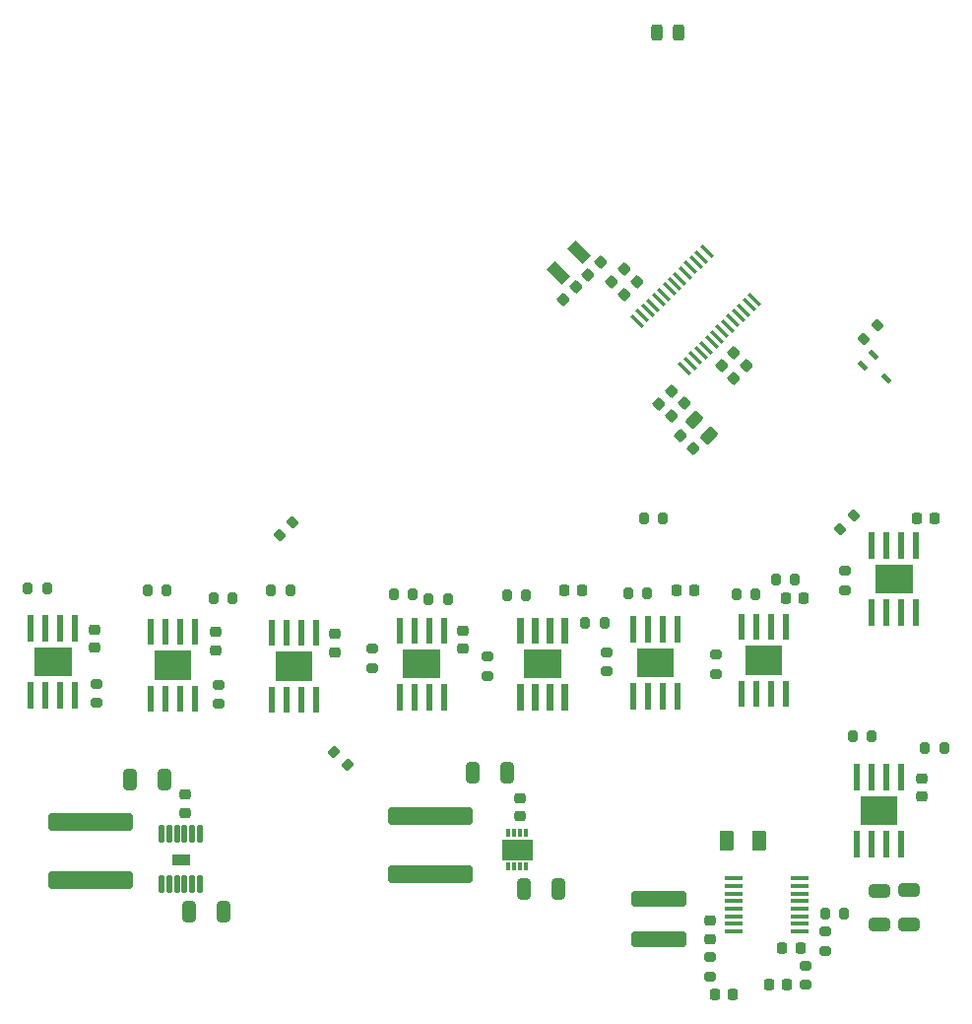
<source format=gbr>
%TF.GenerationSoftware,KiCad,Pcbnew,8.0.5*%
%TF.CreationDate,2024-10-21T02:11:06+05:30*%
%TF.ProjectId,EPS_PDB,4550535f-5044-4422-9e6b-696361645f70,rev?*%
%TF.SameCoordinates,Original*%
%TF.FileFunction,Paste,Top*%
%TF.FilePolarity,Positive*%
%FSLAX46Y46*%
G04 Gerber Fmt 4.6, Leading zero omitted, Abs format (unit mm)*
G04 Created by KiCad (PCBNEW 8.0.5) date 2024-10-21 02:11:06*
%MOMM*%
%LPD*%
G01*
G04 APERTURE LIST*
G04 Aperture macros list*
%AMRoundRect*
0 Rectangle with rounded corners*
0 $1 Rounding radius*
0 $2 $3 $4 $5 $6 $7 $8 $9 X,Y pos of 4 corners*
0 Add a 4 corners polygon primitive as box body*
4,1,4,$2,$3,$4,$5,$6,$7,$8,$9,$2,$3,0*
0 Add four circle primitives for the rounded corners*
1,1,$1+$1,$2,$3*
1,1,$1+$1,$4,$5*
1,1,$1+$1,$6,$7*
1,1,$1+$1,$8,$9*
0 Add four rect primitives between the rounded corners*
20,1,$1+$1,$2,$3,$4,$5,0*
20,1,$1+$1,$4,$5,$6,$7,0*
20,1,$1+$1,$6,$7,$8,$9,0*
20,1,$1+$1,$8,$9,$2,$3,0*%
%AMRotRect*
0 Rectangle, with rotation*
0 The origin of the aperture is its center*
0 $1 length*
0 $2 width*
0 $3 Rotation angle, in degrees counterclockwise*
0 Add horizontal line*
21,1,$1,$2,0,0,$3*%
G04 Aperture macros list end*
%ADD10C,0.010000*%
%ADD11C,0.025400*%
%ADD12RoundRect,0.200000X-0.200000X-0.275000X0.200000X-0.275000X0.200000X0.275000X-0.200000X0.275000X0*%
%ADD13RoundRect,0.200000X-0.275000X0.200000X-0.275000X-0.200000X0.275000X-0.200000X0.275000X0.200000X0*%
%ADD14RoundRect,0.200000X0.200000X0.275000X-0.200000X0.275000X-0.200000X-0.275000X0.200000X-0.275000X0*%
%ADD15RoundRect,0.225000X0.017678X-0.335876X0.335876X-0.017678X-0.017678X0.335876X-0.335876X0.017678X0*%
%ADD16RoundRect,0.250000X0.325000X0.650000X-0.325000X0.650000X-0.325000X-0.650000X0.325000X-0.650000X0*%
%ADD17RoundRect,0.225000X-0.017678X0.335876X-0.335876X0.017678X0.017678X-0.335876X0.335876X-0.017678X0*%
%ADD18RoundRect,0.225000X0.225000X0.250000X-0.225000X0.250000X-0.225000X-0.250000X0.225000X-0.250000X0*%
%ADD19RoundRect,0.250000X-0.650000X0.325000X-0.650000X-0.325000X0.650000X-0.325000X0.650000X0.325000X0*%
%ADD20RoundRect,0.225000X-0.225000X-0.250000X0.225000X-0.250000X0.225000X0.250000X-0.225000X0.250000X0*%
%ADD21R,0.304800X0.787400*%
%ADD22RoundRect,0.051250X0.733750X0.153750X-0.733750X0.153750X-0.733750X-0.153750X0.733750X-0.153750X0*%
%ADD23RoundRect,0.200000X0.053033X-0.335876X0.335876X-0.053033X-0.053033X0.335876X-0.335876X0.053033X0*%
%ADD24RotRect,1.422400X0.355600X135.000000*%
%ADD25RoundRect,0.250000X0.375000X0.625000X-0.375000X0.625000X-0.375000X-0.625000X0.375000X-0.625000X0*%
%ADD26RoundRect,0.225000X-0.250000X0.225000X-0.250000X-0.225000X0.250000X-0.225000X0.250000X0.225000X0*%
%ADD27RoundRect,0.400000X-3.275000X0.400000X-3.275000X-0.400000X3.275000X-0.400000X3.275000X0.400000X0*%
%ADD28RotRect,1.000000X1.800000X225.000000*%
%ADD29RoundRect,0.250000X-0.503814X-0.132583X-0.132583X-0.503814X0.503814X0.132583X0.132583X0.503814X0*%
%ADD30RoundRect,0.200000X0.335876X0.053033X0.053033X0.335876X-0.335876X-0.053033X-0.053033X-0.335876X0*%
%ADD31RoundRect,0.225000X0.335876X0.017678X0.017678X0.335876X-0.335876X-0.017678X-0.017678X-0.335876X0*%
%ADD32RoundRect,0.060000X0.180000X-0.665000X0.180000X0.665000X-0.180000X0.665000X-0.180000X-0.665000X0*%
%ADD33RoundRect,0.350000X2.050000X0.350000X-2.050000X0.350000X-2.050000X-0.350000X2.050000X-0.350000X0*%
%ADD34RotRect,0.876300X0.406400X315.000000*%
%ADD35RoundRect,0.225000X0.250000X-0.225000X0.250000X0.225000X-0.250000X0.225000X-0.250000X-0.225000X0*%
%ADD36RoundRect,0.200000X-0.053033X0.335876X-0.335876X0.053033X0.053033X-0.335876X0.335876X-0.053033X0*%
%ADD37RoundRect,0.250000X-0.325000X-0.650000X0.325000X-0.650000X0.325000X0.650000X-0.325000X0.650000X0*%
%ADD38RoundRect,0.243750X-0.243750X-0.456250X0.243750X-0.456250X0.243750X0.456250X-0.243750X0.456250X0*%
G04 APERTURE END LIST*
D10*
%TO.C,U17*%
X181906999Y-100515000D02*
X181456999Y-100515000D01*
X181456999Y-98365000D01*
X181906999Y-98365000D01*
X181906999Y-100515000D01*
G36*
X181906999Y-100515000D02*
G01*
X181456999Y-100515000D01*
X181456999Y-98365000D01*
X181906999Y-98365000D01*
X181906999Y-100515000D01*
G37*
X181906999Y-106265000D02*
X181456999Y-106265000D01*
X181456999Y-104115000D01*
X181906999Y-104115000D01*
X181906999Y-106265000D01*
G36*
X181906999Y-106265000D02*
G01*
X181456999Y-106265000D01*
X181456999Y-104115000D01*
X181906999Y-104115000D01*
X181906999Y-106265000D01*
G37*
X185136999Y-103515001D02*
X182036999Y-103515001D01*
X182036999Y-101114999D01*
X185136999Y-101114999D01*
X185136999Y-103515001D01*
G36*
X185136999Y-103515001D02*
G01*
X182036999Y-103515001D01*
X182036999Y-101114999D01*
X185136999Y-101114999D01*
X185136999Y-103515001D01*
G37*
X183176999Y-100515000D02*
X182726999Y-100515000D01*
X182726999Y-98365000D01*
X183176999Y-98365000D01*
X183176999Y-100515000D01*
G36*
X183176999Y-100515000D02*
G01*
X182726999Y-100515000D01*
X182726999Y-98365000D01*
X183176999Y-98365000D01*
X183176999Y-100515000D01*
G37*
X183176999Y-106265000D02*
X182726999Y-106265000D01*
X182726999Y-104115000D01*
X183176999Y-104115000D01*
X183176999Y-106265000D01*
G36*
X183176999Y-106265000D02*
G01*
X182726999Y-106265000D01*
X182726999Y-104115000D01*
X183176999Y-104115000D01*
X183176999Y-106265000D01*
G37*
X184446999Y-100515000D02*
X183996999Y-100515000D01*
X183996999Y-98365000D01*
X184446999Y-98365000D01*
X184446999Y-100515000D01*
G36*
X184446999Y-100515000D02*
G01*
X183996999Y-100515000D01*
X183996999Y-98365000D01*
X184446999Y-98365000D01*
X184446999Y-100515000D01*
G37*
X184446999Y-106265000D02*
X183996999Y-106265000D01*
X183996999Y-104115000D01*
X184446999Y-104115000D01*
X184446999Y-106265000D01*
G36*
X184446999Y-106265000D02*
G01*
X183996999Y-106265000D01*
X183996999Y-104115000D01*
X184446999Y-104115000D01*
X184446999Y-106265000D01*
G37*
X185716999Y-100515000D02*
X185266999Y-100515000D01*
X185266999Y-98365000D01*
X185716999Y-98365000D01*
X185716999Y-100515000D01*
G36*
X185716999Y-100515000D02*
G01*
X185266999Y-100515000D01*
X185266999Y-98365000D01*
X185716999Y-98365000D01*
X185716999Y-100515000D01*
G37*
X185716999Y-106265000D02*
X185266999Y-106265000D01*
X185266999Y-104115000D01*
X185716999Y-104115000D01*
X185716999Y-106265000D01*
G36*
X185716999Y-106265000D02*
G01*
X185266999Y-106265000D01*
X185266999Y-104115000D01*
X185716999Y-104115000D01*
X185716999Y-106265000D01*
G37*
D11*
%TO.C,U19*%
X163676599Y-119505800D02*
X161187399Y-119505800D01*
X161187399Y-117753200D01*
X163676599Y-117753200D01*
X163676599Y-119505800D01*
G36*
X163676599Y-119505800D02*
G01*
X161187399Y-119505800D01*
X161187399Y-117753200D01*
X163676599Y-117753200D01*
X163676599Y-119505800D01*
G37*
D10*
%TO.C,U10*%
X152502000Y-100839999D02*
X152052000Y-100839999D01*
X152052000Y-98689999D01*
X152502000Y-98689999D01*
X152502000Y-100839999D01*
G36*
X152502000Y-100839999D02*
G01*
X152052000Y-100839999D01*
X152052000Y-98689999D01*
X152502000Y-98689999D01*
X152502000Y-100839999D01*
G37*
X152502000Y-106589999D02*
X152052000Y-106589999D01*
X152052000Y-104439999D01*
X152502000Y-104439999D01*
X152502000Y-106589999D01*
G36*
X152502000Y-106589999D02*
G01*
X152052000Y-106589999D01*
X152052000Y-104439999D01*
X152502000Y-104439999D01*
X152502000Y-106589999D01*
G37*
X155732000Y-103840000D02*
X152632000Y-103840000D01*
X152632000Y-101439998D01*
X155732000Y-101439998D01*
X155732000Y-103840000D01*
G36*
X155732000Y-103840000D02*
G01*
X152632000Y-103840000D01*
X152632000Y-101439998D01*
X155732000Y-101439998D01*
X155732000Y-103840000D01*
G37*
X153772000Y-100839999D02*
X153322000Y-100839999D01*
X153322000Y-98689999D01*
X153772000Y-98689999D01*
X153772000Y-100839999D01*
G36*
X153772000Y-100839999D02*
G01*
X153322000Y-100839999D01*
X153322000Y-98689999D01*
X153772000Y-98689999D01*
X153772000Y-100839999D01*
G37*
X153772000Y-106589999D02*
X153322000Y-106589999D01*
X153322000Y-104439999D01*
X153772000Y-104439999D01*
X153772000Y-106589999D01*
G36*
X153772000Y-106589999D02*
G01*
X153322000Y-106589999D01*
X153322000Y-104439999D01*
X153772000Y-104439999D01*
X153772000Y-106589999D01*
G37*
X155042000Y-100839999D02*
X154592000Y-100839999D01*
X154592000Y-98689999D01*
X155042000Y-98689999D01*
X155042000Y-100839999D01*
G36*
X155042000Y-100839999D02*
G01*
X154592000Y-100839999D01*
X154592000Y-98689999D01*
X155042000Y-98689999D01*
X155042000Y-100839999D01*
G37*
X155042000Y-106589999D02*
X154592000Y-106589999D01*
X154592000Y-104439999D01*
X155042000Y-104439999D01*
X155042000Y-106589999D01*
G36*
X155042000Y-106589999D02*
G01*
X154592000Y-106589999D01*
X154592000Y-104439999D01*
X155042000Y-104439999D01*
X155042000Y-106589999D01*
G37*
X156312000Y-100839999D02*
X155862000Y-100839999D01*
X155862000Y-98689999D01*
X156312000Y-98689999D01*
X156312000Y-100839999D01*
G36*
X156312000Y-100839999D02*
G01*
X155862000Y-100839999D01*
X155862000Y-98689999D01*
X156312000Y-98689999D01*
X156312000Y-100839999D01*
G37*
X156312000Y-106589999D02*
X155862000Y-106589999D01*
X155862000Y-104439999D01*
X156312000Y-104439999D01*
X156312000Y-106589999D01*
G36*
X156312000Y-106589999D02*
G01*
X155862000Y-106589999D01*
X155862000Y-104439999D01*
X156312000Y-104439999D01*
X156312000Y-106589999D01*
G37*
%TO.C,U9*%
X131102000Y-100940000D02*
X130652000Y-100940000D01*
X130652000Y-98790000D01*
X131102000Y-98790000D01*
X131102000Y-100940000D01*
G36*
X131102000Y-100940000D02*
G01*
X130652000Y-100940000D01*
X130652000Y-98790000D01*
X131102000Y-98790000D01*
X131102000Y-100940000D01*
G37*
X131102000Y-106690000D02*
X130652000Y-106690000D01*
X130652000Y-104540000D01*
X131102000Y-104540000D01*
X131102000Y-106690000D01*
G36*
X131102000Y-106690000D02*
G01*
X130652000Y-106690000D01*
X130652000Y-104540000D01*
X131102000Y-104540000D01*
X131102000Y-106690000D01*
G37*
X134332000Y-103940001D02*
X131232000Y-103940001D01*
X131232000Y-101539999D01*
X134332000Y-101539999D01*
X134332000Y-103940001D01*
G36*
X134332000Y-103940001D02*
G01*
X131232000Y-103940001D01*
X131232000Y-101539999D01*
X134332000Y-101539999D01*
X134332000Y-103940001D01*
G37*
X132372000Y-100940000D02*
X131922000Y-100940000D01*
X131922000Y-98790000D01*
X132372000Y-98790000D01*
X132372000Y-100940000D01*
G36*
X132372000Y-100940000D02*
G01*
X131922000Y-100940000D01*
X131922000Y-98790000D01*
X132372000Y-98790000D01*
X132372000Y-100940000D01*
G37*
X132372000Y-106690000D02*
X131922000Y-106690000D01*
X131922000Y-104540000D01*
X132372000Y-104540000D01*
X132372000Y-106690000D01*
G36*
X132372000Y-106690000D02*
G01*
X131922000Y-106690000D01*
X131922000Y-104540000D01*
X132372000Y-104540000D01*
X132372000Y-106690000D01*
G37*
X133642000Y-100940000D02*
X133192000Y-100940000D01*
X133192000Y-98790000D01*
X133642000Y-98790000D01*
X133642000Y-100940000D01*
G36*
X133642000Y-100940000D02*
G01*
X133192000Y-100940000D01*
X133192000Y-98790000D01*
X133642000Y-98790000D01*
X133642000Y-100940000D01*
G37*
X133642000Y-106690000D02*
X133192000Y-106690000D01*
X133192000Y-104540000D01*
X133642000Y-104540000D01*
X133642000Y-106690000D01*
G36*
X133642000Y-106690000D02*
G01*
X133192000Y-106690000D01*
X133192000Y-104540000D01*
X133642000Y-104540000D01*
X133642000Y-106690000D01*
G37*
X134912000Y-100940000D02*
X134462000Y-100940000D01*
X134462000Y-98790000D01*
X134912000Y-98790000D01*
X134912000Y-100940000D01*
G36*
X134912000Y-100940000D02*
G01*
X134462000Y-100940000D01*
X134462000Y-98790000D01*
X134912000Y-98790000D01*
X134912000Y-100940000D01*
G37*
X134912000Y-106690000D02*
X134462000Y-106690000D01*
X134462000Y-104540000D01*
X134912000Y-104540000D01*
X134912000Y-106690000D01*
G36*
X134912000Y-106690000D02*
G01*
X134462000Y-106690000D01*
X134462000Y-104540000D01*
X134912000Y-104540000D01*
X134912000Y-106690000D01*
G37*
%TO.C,U13*%
X172602000Y-100740000D02*
X172152000Y-100740000D01*
X172152000Y-98590000D01*
X172602000Y-98590000D01*
X172602000Y-100740000D01*
G36*
X172602000Y-100740000D02*
G01*
X172152000Y-100740000D01*
X172152000Y-98590000D01*
X172602000Y-98590000D01*
X172602000Y-100740000D01*
G37*
X172602000Y-106490000D02*
X172152000Y-106490000D01*
X172152000Y-104340000D01*
X172602000Y-104340000D01*
X172602000Y-106490000D01*
G36*
X172602000Y-106490000D02*
G01*
X172152000Y-106490000D01*
X172152000Y-104340000D01*
X172602000Y-104340000D01*
X172602000Y-106490000D01*
G37*
X175832000Y-103740001D02*
X172732000Y-103740001D01*
X172732000Y-101339999D01*
X175832000Y-101339999D01*
X175832000Y-103740001D01*
G36*
X175832000Y-103740001D02*
G01*
X172732000Y-103740001D01*
X172732000Y-101339999D01*
X175832000Y-101339999D01*
X175832000Y-103740001D01*
G37*
X173872000Y-100740000D02*
X173422000Y-100740000D01*
X173422000Y-98590000D01*
X173872000Y-98590000D01*
X173872000Y-100740000D01*
G36*
X173872000Y-100740000D02*
G01*
X173422000Y-100740000D01*
X173422000Y-98590000D01*
X173872000Y-98590000D01*
X173872000Y-100740000D01*
G37*
X173872000Y-106490000D02*
X173422000Y-106490000D01*
X173422000Y-104340000D01*
X173872000Y-104340000D01*
X173872000Y-106490000D01*
G36*
X173872000Y-106490000D02*
G01*
X173422000Y-106490000D01*
X173422000Y-104340000D01*
X173872000Y-104340000D01*
X173872000Y-106490000D01*
G37*
X175142000Y-100740000D02*
X174692000Y-100740000D01*
X174692000Y-98590000D01*
X175142000Y-98590000D01*
X175142000Y-100740000D01*
G36*
X175142000Y-100740000D02*
G01*
X174692000Y-100740000D01*
X174692000Y-98590000D01*
X175142000Y-98590000D01*
X175142000Y-100740000D01*
G37*
X175142000Y-106490000D02*
X174692000Y-106490000D01*
X174692000Y-104340000D01*
X175142000Y-104340000D01*
X175142000Y-106490000D01*
G36*
X175142000Y-106490000D02*
G01*
X174692000Y-106490000D01*
X174692000Y-104340000D01*
X175142000Y-104340000D01*
X175142000Y-106490000D01*
G37*
X176412000Y-100740000D02*
X175962000Y-100740000D01*
X175962000Y-98590000D01*
X176412000Y-98590000D01*
X176412000Y-100740000D01*
G36*
X176412000Y-100740000D02*
G01*
X175962000Y-100740000D01*
X175962000Y-98590000D01*
X176412000Y-98590000D01*
X176412000Y-100740000D01*
G37*
X176412000Y-106490000D02*
X175962000Y-106490000D01*
X175962000Y-104340000D01*
X176412000Y-104340000D01*
X176412000Y-106490000D01*
G36*
X176412000Y-106490000D02*
G01*
X175962000Y-106490000D01*
X175962000Y-104340000D01*
X176412000Y-104340000D01*
X176412000Y-106490000D01*
G37*
%TO.C,U16*%
X193102000Y-93540000D02*
X192652000Y-93540000D01*
X192652000Y-91390000D01*
X193102000Y-91390000D01*
X193102000Y-93540000D01*
G36*
X193102000Y-93540000D02*
G01*
X192652000Y-93540000D01*
X192652000Y-91390000D01*
X193102000Y-91390000D01*
X193102000Y-93540000D01*
G37*
X193102000Y-99290000D02*
X192652000Y-99290000D01*
X192652000Y-97140000D01*
X193102000Y-97140000D01*
X193102000Y-99290000D01*
G36*
X193102000Y-99290000D02*
G01*
X192652000Y-99290000D01*
X192652000Y-97140000D01*
X193102000Y-97140000D01*
X193102000Y-99290000D01*
G37*
X196332000Y-96540001D02*
X193232000Y-96540001D01*
X193232000Y-94139999D01*
X196332000Y-94139999D01*
X196332000Y-96540001D01*
G36*
X196332000Y-96540001D02*
G01*
X193232000Y-96540001D01*
X193232000Y-94139999D01*
X196332000Y-94139999D01*
X196332000Y-96540001D01*
G37*
X194372000Y-93540000D02*
X193922000Y-93540000D01*
X193922000Y-91390000D01*
X194372000Y-91390000D01*
X194372000Y-93540000D01*
G36*
X194372000Y-93540000D02*
G01*
X193922000Y-93540000D01*
X193922000Y-91390000D01*
X194372000Y-91390000D01*
X194372000Y-93540000D01*
G37*
X194372000Y-99290000D02*
X193922000Y-99290000D01*
X193922000Y-97140000D01*
X194372000Y-97140000D01*
X194372000Y-99290000D01*
G36*
X194372000Y-99290000D02*
G01*
X193922000Y-99290000D01*
X193922000Y-97140000D01*
X194372000Y-97140000D01*
X194372000Y-99290000D01*
G37*
X195642000Y-93540000D02*
X195192000Y-93540000D01*
X195192000Y-91390000D01*
X195642000Y-91390000D01*
X195642000Y-93540000D01*
G36*
X195642000Y-93540000D02*
G01*
X195192000Y-93540000D01*
X195192000Y-91390000D01*
X195642000Y-91390000D01*
X195642000Y-93540000D01*
G37*
X195642000Y-99290000D02*
X195192000Y-99290000D01*
X195192000Y-97140000D01*
X195642000Y-97140000D01*
X195642000Y-99290000D01*
G36*
X195642000Y-99290000D02*
G01*
X195192000Y-99290000D01*
X195192000Y-97140000D01*
X195642000Y-97140000D01*
X195642000Y-99290000D01*
G37*
X196912000Y-93540000D02*
X196462000Y-93540000D01*
X196462000Y-91390000D01*
X196912000Y-91390000D01*
X196912000Y-93540000D01*
G36*
X196912000Y-93540000D02*
G01*
X196462000Y-93540000D01*
X196462000Y-91390000D01*
X196912000Y-91390000D01*
X196912000Y-93540000D01*
G37*
X196912000Y-99290000D02*
X196462000Y-99290000D01*
X196462000Y-97140000D01*
X196912000Y-97140000D01*
X196912000Y-99290000D01*
G36*
X196912000Y-99290000D02*
G01*
X196462000Y-99290000D01*
X196462000Y-97140000D01*
X196912000Y-97140000D01*
X196912000Y-99290000D01*
G37*
%TO.C,U15*%
X134253924Y-119893898D02*
X132770000Y-119893897D01*
X132770000Y-119012000D01*
X134253924Y-119012000D01*
X134253924Y-119893898D01*
G36*
X134253924Y-119893898D02*
G01*
X132770000Y-119893897D01*
X132770000Y-119012000D01*
X134253924Y-119012000D01*
X134253924Y-119893898D01*
G37*
%TO.C,U18*%
X191802000Y-113439999D02*
X191352000Y-113439999D01*
X191352000Y-111289999D01*
X191802000Y-111289999D01*
X191802000Y-113439999D01*
G36*
X191802000Y-113439999D02*
G01*
X191352000Y-113439999D01*
X191352000Y-111289999D01*
X191802000Y-111289999D01*
X191802000Y-113439999D01*
G37*
X191802000Y-119189999D02*
X191352000Y-119189999D01*
X191352000Y-117039999D01*
X191802000Y-117039999D01*
X191802000Y-119189999D01*
G36*
X191802000Y-119189999D02*
G01*
X191352000Y-119189999D01*
X191352000Y-117039999D01*
X191802000Y-117039999D01*
X191802000Y-119189999D01*
G37*
X195032000Y-116440000D02*
X191932000Y-116440000D01*
X191932000Y-114039998D01*
X195032000Y-114039998D01*
X195032000Y-116440000D01*
G36*
X195032000Y-116440000D02*
G01*
X191932000Y-116440000D01*
X191932000Y-114039998D01*
X195032000Y-114039998D01*
X195032000Y-116440000D01*
G37*
X193072000Y-113439999D02*
X192622000Y-113439999D01*
X192622000Y-111289999D01*
X193072000Y-111289999D01*
X193072000Y-113439999D01*
G36*
X193072000Y-113439999D02*
G01*
X192622000Y-113439999D01*
X192622000Y-111289999D01*
X193072000Y-111289999D01*
X193072000Y-113439999D01*
G37*
X193072000Y-119189999D02*
X192622000Y-119189999D01*
X192622000Y-117039999D01*
X193072000Y-117039999D01*
X193072000Y-119189999D01*
G36*
X193072000Y-119189999D02*
G01*
X192622000Y-119189999D01*
X192622000Y-117039999D01*
X193072000Y-117039999D01*
X193072000Y-119189999D01*
G37*
X194342000Y-113439999D02*
X193892000Y-113439999D01*
X193892000Y-111289999D01*
X194342000Y-111289999D01*
X194342000Y-113439999D01*
G36*
X194342000Y-113439999D02*
G01*
X193892000Y-113439999D01*
X193892000Y-111289999D01*
X194342000Y-111289999D01*
X194342000Y-113439999D01*
G37*
X194342000Y-119189999D02*
X193892000Y-119189999D01*
X193892000Y-117039999D01*
X194342000Y-117039999D01*
X194342000Y-119189999D01*
G36*
X194342000Y-119189999D02*
G01*
X193892000Y-119189999D01*
X193892000Y-117039999D01*
X194342000Y-117039999D01*
X194342000Y-119189999D01*
G37*
X195612000Y-113439999D02*
X195162000Y-113439999D01*
X195162000Y-111289999D01*
X195612000Y-111289999D01*
X195612000Y-113439999D01*
G36*
X195612000Y-113439999D02*
G01*
X195162000Y-113439999D01*
X195162000Y-111289999D01*
X195612000Y-111289999D01*
X195612000Y-113439999D01*
G37*
X195612000Y-119189999D02*
X195162000Y-119189999D01*
X195162000Y-117039999D01*
X195612000Y-117039999D01*
X195612000Y-119189999D01*
G36*
X195612000Y-119189999D02*
G01*
X195162000Y-119189999D01*
X195162000Y-117039999D01*
X195612000Y-117039999D01*
X195612000Y-119189999D01*
G37*
%TO.C,U12*%
X162902000Y-100840000D02*
X162452000Y-100840000D01*
X162452000Y-98690000D01*
X162902000Y-98690000D01*
X162902000Y-100840000D01*
G36*
X162902000Y-100840000D02*
G01*
X162452000Y-100840000D01*
X162452000Y-98690000D01*
X162902000Y-98690000D01*
X162902000Y-100840000D01*
G37*
X162902000Y-106590000D02*
X162452000Y-106590000D01*
X162452000Y-104440000D01*
X162902000Y-104440000D01*
X162902000Y-106590000D01*
G36*
X162902000Y-106590000D02*
G01*
X162452000Y-106590000D01*
X162452000Y-104440000D01*
X162902000Y-104440000D01*
X162902000Y-106590000D01*
G37*
X166132000Y-103840000D02*
X163032000Y-103840000D01*
X163032000Y-101440000D01*
X166132000Y-101440000D01*
X166132000Y-103840000D01*
G36*
X166132000Y-103840000D02*
G01*
X163032000Y-103840000D01*
X163032000Y-101440000D01*
X166132000Y-101440000D01*
X166132000Y-103840000D01*
G37*
X164172000Y-100840000D02*
X163722000Y-100840000D01*
X163722000Y-98690000D01*
X164172000Y-98690000D01*
X164172000Y-100840000D01*
G36*
X164172000Y-100840000D02*
G01*
X163722000Y-100840000D01*
X163722000Y-98690000D01*
X164172000Y-98690000D01*
X164172000Y-100840000D01*
G37*
X164172000Y-106590000D02*
X163722000Y-106590000D01*
X163722000Y-104440000D01*
X164172000Y-104440000D01*
X164172000Y-106590000D01*
G36*
X164172000Y-106590000D02*
G01*
X163722000Y-106590000D01*
X163722000Y-104440000D01*
X164172000Y-104440000D01*
X164172000Y-106590000D01*
G37*
X165442000Y-100840000D02*
X164992000Y-100840000D01*
X164992000Y-98690000D01*
X165442000Y-98690000D01*
X165442000Y-100840000D01*
G36*
X165442000Y-100840000D02*
G01*
X164992000Y-100840000D01*
X164992000Y-98690000D01*
X165442000Y-98690000D01*
X165442000Y-100840000D01*
G37*
X165442000Y-106590000D02*
X164992000Y-106590000D01*
X164992000Y-104440000D01*
X165442000Y-104440000D01*
X165442000Y-106590000D01*
G36*
X165442000Y-106590000D02*
G01*
X164992000Y-106590000D01*
X164992000Y-104440000D01*
X165442000Y-104440000D01*
X165442000Y-106590000D01*
G37*
X166712000Y-100840000D02*
X166262000Y-100840000D01*
X166262000Y-98690000D01*
X166712000Y-98690000D01*
X166712000Y-100840000D01*
G36*
X166712000Y-100840000D02*
G01*
X166262000Y-100840000D01*
X166262000Y-98690000D01*
X166712000Y-98690000D01*
X166712000Y-100840000D01*
G37*
X166712000Y-106590000D02*
X166262000Y-106590000D01*
X166262000Y-104440000D01*
X166712000Y-104440000D01*
X166712000Y-106590000D01*
G36*
X166712000Y-106590000D02*
G01*
X166262000Y-106590000D01*
X166262000Y-104440000D01*
X166712000Y-104440000D01*
X166712000Y-106590000D01*
G37*
%TO.C,U7*%
X120802000Y-100640000D02*
X120352000Y-100640000D01*
X120352000Y-98490000D01*
X120802000Y-98490000D01*
X120802000Y-100640000D01*
G36*
X120802000Y-100640000D02*
G01*
X120352000Y-100640000D01*
X120352000Y-98490000D01*
X120802000Y-98490000D01*
X120802000Y-100640000D01*
G37*
X120802000Y-106390000D02*
X120352000Y-106390000D01*
X120352000Y-104240000D01*
X120802000Y-104240000D01*
X120802000Y-106390000D01*
G36*
X120802000Y-106390000D02*
G01*
X120352000Y-106390000D01*
X120352000Y-104240000D01*
X120802000Y-104240000D01*
X120802000Y-106390000D01*
G37*
X124032000Y-103640001D02*
X120932000Y-103640001D01*
X120932000Y-101239999D01*
X124032000Y-101239999D01*
X124032000Y-103640001D01*
G36*
X124032000Y-103640001D02*
G01*
X120932000Y-103640001D01*
X120932000Y-101239999D01*
X124032000Y-101239999D01*
X124032000Y-103640001D01*
G37*
X122072000Y-100640000D02*
X121622000Y-100640000D01*
X121622000Y-98490000D01*
X122072000Y-98490000D01*
X122072000Y-100640000D01*
G36*
X122072000Y-100640000D02*
G01*
X121622000Y-100640000D01*
X121622000Y-98490000D01*
X122072000Y-98490000D01*
X122072000Y-100640000D01*
G37*
X122072000Y-106390000D02*
X121622000Y-106390000D01*
X121622000Y-104240000D01*
X122072000Y-104240000D01*
X122072000Y-106390000D01*
G36*
X122072000Y-106390000D02*
G01*
X121622000Y-106390000D01*
X121622000Y-104240000D01*
X122072000Y-104240000D01*
X122072000Y-106390000D01*
G37*
X123342000Y-100640000D02*
X122892000Y-100640000D01*
X122892000Y-98490000D01*
X123342000Y-98490000D01*
X123342000Y-100640000D01*
G36*
X123342000Y-100640000D02*
G01*
X122892000Y-100640000D01*
X122892000Y-98490000D01*
X123342000Y-98490000D01*
X123342000Y-100640000D01*
G37*
X123342000Y-106390000D02*
X122892000Y-106390000D01*
X122892000Y-104240000D01*
X123342000Y-104240000D01*
X123342000Y-106390000D01*
G36*
X123342000Y-106390000D02*
G01*
X122892000Y-106390000D01*
X122892000Y-104240000D01*
X123342000Y-104240000D01*
X123342000Y-106390000D01*
G37*
X124612000Y-100640000D02*
X124162000Y-100640000D01*
X124162000Y-98490000D01*
X124612000Y-98490000D01*
X124612000Y-100640000D01*
G36*
X124612000Y-100640000D02*
G01*
X124162000Y-100640000D01*
X124162000Y-98490000D01*
X124612000Y-98490000D01*
X124612000Y-100640000D01*
G37*
X124612000Y-106390000D02*
X124162000Y-106390000D01*
X124162000Y-104240000D01*
X124612000Y-104240000D01*
X124612000Y-106390000D01*
G36*
X124612000Y-106390000D02*
G01*
X124162000Y-106390000D01*
X124162000Y-104240000D01*
X124612000Y-104240000D01*
X124612000Y-106390000D01*
G37*
%TO.C,U6*%
X141502000Y-101040000D02*
X141052000Y-101040000D01*
X141052000Y-98890000D01*
X141502000Y-98890000D01*
X141502000Y-101040000D01*
G36*
X141502000Y-101040000D02*
G01*
X141052000Y-101040000D01*
X141052000Y-98890000D01*
X141502000Y-98890000D01*
X141502000Y-101040000D01*
G37*
X141502000Y-106790000D02*
X141052000Y-106790000D01*
X141052000Y-104640000D01*
X141502000Y-104640000D01*
X141502000Y-106790000D01*
G36*
X141502000Y-106790000D02*
G01*
X141052000Y-106790000D01*
X141052000Y-104640000D01*
X141502000Y-104640000D01*
X141502000Y-106790000D01*
G37*
X144732000Y-104040001D02*
X141632000Y-104040001D01*
X141632000Y-101639999D01*
X144732000Y-101639999D01*
X144732000Y-104040001D01*
G36*
X144732000Y-104040001D02*
G01*
X141632000Y-104040001D01*
X141632000Y-101639999D01*
X144732000Y-101639999D01*
X144732000Y-104040001D01*
G37*
X142772000Y-101040000D02*
X142322000Y-101040000D01*
X142322000Y-98890000D01*
X142772000Y-98890000D01*
X142772000Y-101040000D01*
G36*
X142772000Y-101040000D02*
G01*
X142322000Y-101040000D01*
X142322000Y-98890000D01*
X142772000Y-98890000D01*
X142772000Y-101040000D01*
G37*
X142772000Y-106790000D02*
X142322000Y-106790000D01*
X142322000Y-104640000D01*
X142772000Y-104640000D01*
X142772000Y-106790000D01*
G36*
X142772000Y-106790000D02*
G01*
X142322000Y-106790000D01*
X142322000Y-104640000D01*
X142772000Y-104640000D01*
X142772000Y-106790000D01*
G37*
X144042000Y-101040000D02*
X143592000Y-101040000D01*
X143592000Y-98890000D01*
X144042000Y-98890000D01*
X144042000Y-101040000D01*
G36*
X144042000Y-101040000D02*
G01*
X143592000Y-101040000D01*
X143592000Y-98890000D01*
X144042000Y-98890000D01*
X144042000Y-101040000D01*
G37*
X144042000Y-106790000D02*
X143592000Y-106790000D01*
X143592000Y-104640000D01*
X144042000Y-104640000D01*
X144042000Y-106790000D01*
G36*
X144042000Y-106790000D02*
G01*
X143592000Y-106790000D01*
X143592000Y-104640000D01*
X144042000Y-104640000D01*
X144042000Y-106790000D01*
G37*
X145312000Y-101040000D02*
X144862000Y-101040000D01*
X144862000Y-98890000D01*
X145312000Y-98890000D01*
X145312000Y-101040000D01*
G36*
X145312000Y-101040000D02*
G01*
X144862000Y-101040000D01*
X144862000Y-98890000D01*
X145312000Y-98890000D01*
X145312000Y-101040000D01*
G37*
X145312000Y-106790000D02*
X144862000Y-106790000D01*
X144862000Y-104640000D01*
X145312000Y-104640000D01*
X145312000Y-106790000D01*
G36*
X145312000Y-106790000D02*
G01*
X144862000Y-106790000D01*
X144862000Y-104640000D01*
X145312000Y-104640000D01*
X145312000Y-106790000D01*
G37*
%TD*%
D12*
%TO.C,R32*%
X151807000Y-96690000D03*
X153457000Y-96690000D03*
%TD*%
D13*
%TO.C,R15*%
X126257000Y-104390000D03*
X126257000Y-106040000D03*
%TD*%
D14*
%TO.C,R41*%
X137982000Y-97015000D03*
X136332000Y-97015000D03*
%TD*%
D15*
%TO.C,C20*%
X168482000Y-69290000D03*
X169578016Y-68193984D03*
%TD*%
D16*
%TO.C,C48*%
X165957000Y-121990000D03*
X163007000Y-121990000D03*
%TD*%
D12*
%TO.C,R19*%
X154832000Y-97090000D03*
X156482000Y-97090000D03*
%TD*%
D17*
%TO.C,C39*%
X182178016Y-77090000D03*
X181082000Y-78186016D03*
%TD*%
D18*
%TO.C,C22*%
X180957000Y-131040000D03*
X179407000Y-131040000D03*
%TD*%
D19*
%TO.C,C32*%
X196082000Y-122114998D03*
X196082000Y-125065000D03*
%TD*%
D16*
%TO.C,C47*%
X161557001Y-111990000D03*
X158606999Y-111990000D03*
%TD*%
D20*
%TO.C,C27*%
X184082000Y-130190000D03*
X185632000Y-130190000D03*
%TD*%
D15*
%TO.C,C30*%
X170533992Y-69838008D03*
X171630008Y-68741992D03*
%TD*%
D21*
%TO.C,U19*%
X161681998Y-120090000D03*
X162181999Y-120090000D03*
X162681999Y-120090000D03*
X163182000Y-120090000D03*
X163182000Y-117169000D03*
X162681999Y-117169000D03*
X162181999Y-117169000D03*
X161681998Y-117169000D03*
%TD*%
D22*
%TO.C,U11*%
X186752000Y-125664999D03*
X186752000Y-125015000D03*
X186752000Y-124365001D03*
X186752000Y-123715000D03*
X186752000Y-123065000D03*
X186752000Y-122414999D03*
X186752000Y-121765000D03*
X186752000Y-121115001D03*
X181012000Y-121115001D03*
X181012000Y-121765000D03*
X181012000Y-122414999D03*
X181012000Y-123065000D03*
X181012000Y-123715000D03*
X181012000Y-124365001D03*
X181012000Y-125015000D03*
X181012000Y-125664999D03*
%TD*%
D20*
%TO.C,C42*%
X196782000Y-90190000D03*
X198332000Y-90190000D03*
%TD*%
D14*
%TO.C,R28*%
X190532000Y-124140000D03*
X188882000Y-124140000D03*
%TD*%
D13*
%TO.C,R27*%
X178982000Y-127865000D03*
X178982000Y-129515000D03*
%TD*%
D12*
%TO.C,R26*%
X130657000Y-96339999D03*
X132307000Y-96339999D03*
%TD*%
D23*
%TO.C,R14*%
X141982000Y-91640000D03*
X143148726Y-90473274D03*
%TD*%
D13*
%TO.C,R34*%
X170082000Y-101665000D03*
X170082000Y-103315000D03*
%TD*%
D17*
%TO.C,C35*%
X176778016Y-80293984D03*
X175682000Y-81390000D03*
%TD*%
D24*
%TO.C,U14*%
X176848053Y-77318943D03*
X177297066Y-76869931D03*
X177764039Y-76402957D03*
X178213052Y-75953944D03*
X178680026Y-75486971D03*
X179146999Y-75019998D03*
X179596012Y-74570985D03*
X180062985Y-74104012D03*
X180511998Y-73654999D03*
X180978971Y-73188026D03*
X181445944Y-72721052D03*
X181894957Y-72272039D03*
X182361931Y-71805066D03*
X182810943Y-71356053D03*
X178715947Y-67261057D03*
X178266934Y-67710069D03*
X177799961Y-68177043D03*
X177350948Y-68626056D03*
X176883974Y-69093029D03*
X176417001Y-69560002D03*
X175967988Y-70009015D03*
X175501015Y-70475988D03*
X175052002Y-70925001D03*
X174585029Y-71391974D03*
X174118056Y-71858948D03*
X173669043Y-72307961D03*
X173202069Y-72774934D03*
X172753057Y-73223947D03*
%TD*%
D25*
%TO.C,D6*%
X183282000Y-117840000D03*
X180482002Y-117840000D03*
%TD*%
D13*
%TO.C,R16*%
X136782000Y-104465000D03*
X136782000Y-106115000D03*
%TD*%
D26*
%TO.C,C45*%
X197207000Y-112540000D03*
X197207000Y-114090000D03*
%TD*%
D12*
%TO.C,R43*%
X191257000Y-108890000D03*
X192907000Y-108890000D03*
%TD*%
D27*
%TO.C,L3*%
X154939500Y-115732500D03*
X154939500Y-120732500D03*
%TD*%
D28*
%TO.C,Y2*%
X165998117Y-69073883D03*
X167765883Y-67306117D03*
%TD*%
D27*
%TO.C,L2*%
X125759250Y-116217500D03*
X125759250Y-121217500D03*
%TD*%
D26*
%TO.C,C21*%
X136482000Y-99940000D03*
X136482000Y-101490000D03*
%TD*%
D29*
%TO.C,120R2*%
X177636765Y-81744765D03*
X178927235Y-83035235D03*
%TD*%
D17*
%TO.C,C38*%
X181082000Y-75990000D03*
X179985984Y-77086016D03*
%TD*%
D30*
%TO.C,R42*%
X146698637Y-110206637D03*
X147865363Y-111373363D03*
%TD*%
D19*
%TO.C,C31*%
X193532000Y-122139998D03*
X193532000Y-125090000D03*
%TD*%
D12*
%TO.C,R24*%
X184657000Y-95465000D03*
X186307000Y-95465000D03*
%TD*%
D13*
%TO.C,R29*%
X187207000Y-128590000D03*
X187207000Y-130240000D03*
%TD*%
D12*
%TO.C,R35*%
X161557000Y-96790000D03*
X163207000Y-96790000D03*
%TD*%
D31*
%TO.C,C37*%
X177582000Y-84190000D03*
X176485984Y-83093984D03*
%TD*%
D13*
%TO.C,R38*%
X179482000Y-101865000D03*
X179482000Y-103515000D03*
%TD*%
D32*
%TO.C,U15*%
X131882000Y-121610000D03*
X132532000Y-121610000D03*
X133182000Y-121610000D03*
X133832000Y-121610000D03*
X134482000Y-121610000D03*
X135132000Y-121610000D03*
X135132000Y-117290000D03*
X134482000Y-117290000D03*
X133832000Y-117290000D03*
X133182000Y-117290000D03*
X132532000Y-117290000D03*
X131882000Y-117290000D03*
%TD*%
D33*
%TO.C,L1*%
X174622000Y-122890000D03*
X174602000Y-126360000D03*
%TD*%
D26*
%TO.C,C17*%
X146782000Y-100115000D03*
X146782000Y-101665000D03*
%TD*%
D20*
%TO.C,C25*%
X185232000Y-127065000D03*
X186782000Y-127065000D03*
%TD*%
%TO.C,C33*%
X166457000Y-96365000D03*
X168007000Y-96365000D03*
%TD*%
D26*
%TO.C,C26*%
X157732000Y-99815000D03*
X157732000Y-101365000D03*
%TD*%
%TO.C,C46*%
X162682000Y-114215000D03*
X162682000Y-115765000D03*
%TD*%
%TO.C,C18*%
X126082000Y-99715000D03*
X126082000Y-101265000D03*
%TD*%
D34*
%TO.C,U8*%
X194182000Y-78190000D03*
X192150837Y-77078074D03*
X193070074Y-76158837D03*
%TD*%
D35*
%TO.C,C23*%
X179032000Y-126290000D03*
X179032000Y-124740000D03*
%TD*%
D36*
%TO.C,R21*%
X193365363Y-73606637D03*
X192198637Y-74773363D03*
%TD*%
D12*
%TO.C,R36*%
X171957000Y-96590000D03*
X173607000Y-96590000D03*
%TD*%
%TO.C,R25*%
X197507000Y-109890000D03*
X199157000Y-109890000D03*
%TD*%
D13*
%TO.C,R37*%
X190582000Y-94665000D03*
X190582000Y-96315000D03*
%TD*%
D26*
%TO.C,C41*%
X133882000Y-113915000D03*
X133882000Y-115465000D03*
%TD*%
D17*
%TO.C,C36*%
X175728016Y-79241992D03*
X174632000Y-80338008D03*
%TD*%
D12*
%TO.C,R40*%
X181257000Y-96690000D03*
X182907000Y-96690000D03*
%TD*%
D13*
%TO.C,R31*%
X149982000Y-101365000D03*
X149982000Y-103015000D03*
%TD*%
D12*
%TO.C,R18*%
X120357001Y-96190000D03*
X122007001Y-96190000D03*
%TD*%
D17*
%TO.C,C19*%
X167482000Y-70290000D03*
X166385984Y-71386016D03*
%TD*%
D20*
%TO.C,C34*%
X176132000Y-96315000D03*
X177682000Y-96315000D03*
%TD*%
D37*
%TO.C,C40*%
X129132000Y-112590000D03*
X132082000Y-112590000D03*
%TD*%
D13*
%TO.C,R30*%
X188932000Y-125665000D03*
X188932000Y-127315000D03*
%TD*%
D12*
%TO.C,R20*%
X168282000Y-99140000D03*
X169932000Y-99140000D03*
%TD*%
%TO.C,R17*%
X141257000Y-96390000D03*
X142907000Y-96390000D03*
%TD*%
D20*
%TO.C,C43*%
X185507000Y-97065000D03*
X187057000Y-97065000D03*
%TD*%
D13*
%TO.C,R33*%
X159882000Y-102065000D03*
X159882000Y-103715000D03*
%TD*%
D23*
%TO.C,R39*%
X190198637Y-91073363D03*
X191365363Y-89906637D03*
%TD*%
D38*
%TO.C,D4*%
X174444500Y-48440000D03*
X176319500Y-48440000D03*
%TD*%
D14*
%TO.C,R22*%
X174982000Y-90215000D03*
X173332000Y-90215000D03*
%TD*%
D15*
%TO.C,C29*%
X171633992Y-70938008D03*
X172730008Y-69841992D03*
%TD*%
D16*
%TO.C,C44*%
X137157000Y-123990000D03*
X134207000Y-123990000D03*
%TD*%
M02*

</source>
